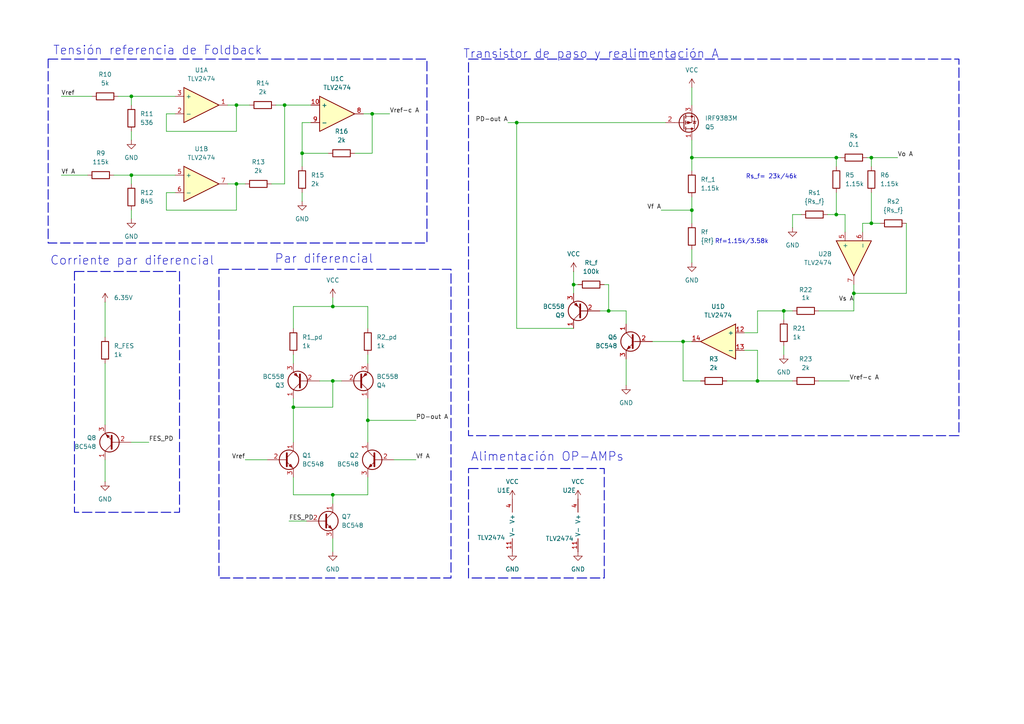
<source format=kicad_sch>
(kicad_sch (version 20231120) (generator "eeschema") (generator_version "8.0")
  (paper "A4")
  (lib_symbols
    (symbol "Device:Opamp_Quad"
      (property "Reference" "U" (at 0 5.08 0))
      (property "Value" "Opamp_Quad" (at 0 -5.08 0))
      (symbol "Opamp_Quad_1_1"
        (polyline (pts (xy -5.08 5.08) (xy 5.08 0) (xy -5.08 -5.08) (xy -5.08 5.08)) (stroke (width 0.254)) (fill (type background)))
        (pin output line (at 7.62 0 180) (length 2.54) (name "~") (number "1"))
        (pin input line (at -7.62 -2.54 0) (length 2.54) (name "-") (number "2"))
        (pin input line (at -7.62 2.54 0) (length 2.54) (name "+") (number "3"))
      )
      (symbol "Opamp_Quad_2_1"
        (polyline (pts (xy -5.08 5.08) (xy 5.08 0) (xy -5.08 -5.08) (xy -5.08 5.08)) (stroke (width 0.254)) (fill (type background)))
        (pin input line (at -7.62 2.54 0) (length 2.54) (name "+") (number "5"))
        (pin input line (at -7.62 -2.54 0) (length 2.54) (name "-") (number "6"))
        (pin output line (at 7.62 0 180) (length 2.54) (name "~") (number "7"))
      )
      (symbol "Opamp_Quad_3_1"
        (polyline (pts (xy -5.08 5.08) (xy 5.08 0) (xy -5.08 -5.08) (xy -5.08 5.08)) (stroke (width 0.254)) (fill (type background)))
        (pin input line (at -7.62 2.54 0) (length 2.54) (name "+") (number "10"))
        (pin output line (at 7.62 0 180) (length 2.54) (name "~") (number "8"))
        (pin input line (at -7.62 -2.54 0) (length 2.54) (name "-") (number "9"))
      )
      (symbol "Opamp_Quad_4_1"
        (polyline (pts (xy -5.08 5.08) (xy 5.08 0) (xy -5.08 -5.08) (xy -5.08 5.08)) (stroke (width 0.254)) (fill (type background)))
        (pin input line (at -7.62 2.54 0) (length 2.54) (name "+") (number "12"))
        (pin input line (at -7.62 -2.54 0) (length 2.54) (name "-") (number "13"))
        (pin output line (at 7.62 0 180) (length 2.54) (name "~") (number "14"))
      )
      (symbol "Opamp_Quad_5_1"
        (pin power_in line (at -2.54 -7.62 90) (length 3.81) (name "V-") (number "11"))
        (pin power_in line (at -2.54 7.62 270) (length 3.81) (name "V+") (number "4"))
      )
    )
    (symbol "Device:R" (pin_numbers hide) (pin_names (offset 0))
      (property "Reference" "R" (at 2.032 0 90))
      (property "Value" "R" (at 0 0 90))
      (symbol "R_0_1"
        (rectangle (start -1.016 -2.54) (end 1.016 2.54) (stroke (width 0.254)))
      )
      (symbol "R_1_1"
        (pin passive line (at 0 3.81 270) (length 1.27) (name "~") (number "1"))
        (pin passive line (at 0 -3.81 90) (length 1.27) (name "~") (number "2"))
      )
    )
    (symbol "Transistor_BJT:BC548" (pin_names (offset 0) hide)
      (property "Reference" "Q" (at 5.08 1.905 0))
      (property "Value" "BC548" (at 5.08 0 0))
      (symbol "BC548_0_1"
        (polyline (pts (xy 0 0) (xy 0.635 0)))
        (polyline (pts (xy 0.635 0.635) (xy 2.54 2.54)))
        (polyline (pts (xy 0.635 -0.635) (xy 2.54 -2.54) (xy 2.54 -2.54)))
        (polyline (pts (xy 0.635 1.905) (xy 0.635 -1.905) (xy 0.635 -1.905)) (stroke (width 0.508)))
        (polyline (pts (xy 1.27 -1.778) (xy 1.778 -1.27) (xy 2.286 -2.286) (xy 1.27 -1.778) (xy 1.27 -1.778)) (fill (type outline)))
        (circle (center 1.27 0) (radius 2.8194) (stroke (width 0.254)))
      )
      (symbol "BC548_1_1"
        (pin passive line (at 2.54 5.08 270) (length 2.54) (name "C") (number "1"))
        (pin input line (at -5.08 0 0) (length 5.08) (name "B") (number "2"))
        (pin passive line (at 2.54 -5.08 90) (length 2.54) (name "E") (number "3"))
      )
    )
    (symbol "Transistor_BJT:BC558" (pin_names (offset 0) hide)
      (property "Reference" "Q" (at 5.08 1.905 0))
      (property "Value" "BC558" (at 5.08 0 0))
      (symbol "BC558_0_1"
        (polyline (pts (xy 0.635 0.635) (xy 2.54 2.54)))
        (polyline (pts (xy 0.635 -0.635) (xy 2.54 -2.54) (xy 2.54 -2.54)))
        (polyline (pts (xy 0.635 1.905) (xy 0.635 -1.905) (xy 0.635 -1.905)) (stroke (width 0.508)))
        (polyline (pts (xy 2.286 -1.778) (xy 1.778 -2.286) (xy 1.27 -1.27) (xy 2.286 -1.778) (xy 2.286 -1.778)) (fill (type outline)))
        (circle (center 1.27 0) (radius 2.8194) (stroke (width 0.254)))
      )
      (symbol "BC558_1_1"
        (pin passive line (at 2.54 5.08 270) (length 2.54) (name "C") (number "1"))
        (pin input line (at -5.08 0 0) (length 5.715) (name "B") (number "2"))
        (pin passive line (at 2.54 -5.08 90) (length 2.54) (name "E") (number "3"))
      )
    )
    (symbol "Transistor_FET:IRF9383M" (pin_names hide)
      (property "Reference" "Q" (at 5.08 1.905 0))
      (property "Value" "IRF9383M" (at 5.08 0 0))
      (symbol "IRF9383M_0_1"
        (polyline (pts (xy 0.254 0) (xy -2.54 0)))
        (polyline (pts (xy 0.254 1.905) (xy 0.254 -1.905)) (stroke (width 0.254)))
        (polyline (pts (xy 0.762 -1.27) (xy 0.762 -2.286)) (stroke (width 0.254)))
        (polyline (pts (xy 0.762 0.508) (xy 0.762 -0.508)) (stroke (width 0.254)))
        (polyline (pts (xy 0.762 2.286) (xy 0.762 1.27)) (stroke (width 0.254)))
        (polyline (pts (xy 2.54 2.54) (xy 2.54 1.778)))
        (polyline (pts (xy 2.54 -2.54) (xy 2.54 0) (xy 0.762 0)))
        (polyline (pts (xy 0.762 1.778) (xy 3.302 1.778) (xy 3.302 -1.778) (xy 0.762 -1.778)))
        (polyline (pts (xy 2.286 0) (xy 1.27 0.381) (xy 1.27 -0.381) (xy 2.286 0)) (fill (type outline)))
        (polyline (pts (xy 2.794 -0.508) (xy 2.921 -0.381) (xy 3.683 -0.381) (xy 3.81 -0.254)))
        (polyline (pts (xy 3.302 -0.381) (xy 2.921 0.254) (xy 3.683 0.254) (xy 3.302 -0.381)))
        (circle (center 1.651 0) (radius 2.794) (stroke (width 0.254)))
        (circle (center 2.54 -1.778) (radius 0.254) (fill (type outline)))
        (circle (center 2.54 1.778) (radius 0.254) (fill (type outline)))
      )
      (symbol "IRF9383M_1_1"
        (pin passive line (at 2.54 5.08 270) (length 2.54) (name "D") (number "1"))
        (pin input line (at -5.08 0 0) (length 2.54) (name "G") (number "2"))
        (pin passive line (at 2.54 -5.08 90) (length 2.54) (name "S") (number "3"))
      )
    )
    (symbol "power:GND" (power) (pin_numbers hide) (pin_names (offset 0) hide)
      (property "Value" "GND" (at 0 -3.81 0))
      (symbol "GND_0_1"
        (polyline (pts (xy 0 0) (xy 0 -1.27) (xy 1.27 -1.27) (xy 0 -2.54) (xy -1.27 -1.27) (xy 0 -1.27)))
      )
      (symbol "GND_1_1"
        (pin power_in line (at 0 0 270) (length 0) (name "~") (number "1"))
      )
    )
    (symbol "power:VCC" (power) (pin_numbers hide) (pin_names (offset 0) hide)
      (property "Value" "VCC" (at 0 3.556 0))
      (symbol "VCC_0_1"
        (polyline (pts (xy -0.762 1.27) (xy 0 2.54)))
        (polyline (pts (xy 0 0) (xy 0 2.54)))
        (polyline (pts (xy 0 2.54) (xy 0.762 1.27)))
      )
      (symbol "VCC_1_1"
        (pin power_in line (at 0 0 90) (length 0) (name "~") (number "1"))
      )
    )
  )
  (junction (at 149.86 35.56))
  (junction (at 85.09 118.11))
  (junction (at 96.52 88.9))
  (junction (at 82.55 30.48))
  (junction (at 200.66 45.72))
  (junction (at 252.73 45.72))
  (junction (at 198.12 99.06))
  (junction (at 166.37 82.55))
  (junction (at 176.53 90.17))
  (junction (at 68.58 30.48))
  (junction (at 107.95 33.02))
  (junction (at 106.68 121.92))
  (junction (at 68.58 53.34))
  (junction (at 96.52 110.49))
  (junction (at 87.63 44.45))
  (junction (at 242.57 45.72))
  (junction (at 247.65 85.09))
  (junction (at 38.1 27.94))
  (junction (at 200.66 60.96))
  (junction (at 252.73 64.77))
  (junction (at 219.71 110.49))
  (junction (at 227.33 90.17))
  (junction (at 242.57 62.23))
  (junction (at 96.52 143.51))
  (junction (at 38.1 50.8))
  (wire (pts (xy 247.65 82.55) (xy 247.65 85.09)))
  (wire (pts (xy 48.26 33.02) (xy 48.26 38.1)))
  (wire (pts (xy 102.87 44.45) (xy 107.95 44.45)))
  (wire (pts (xy 227.33 90.17) (xy 229.87 90.17)))
  (wire (pts (xy 48.26 38.1) (xy 68.58 38.1)))
  (wire (pts (xy 107.95 33.02) (xy 105.41 33.02)))
  (wire (pts (xy 85.09 118.11) (xy 85.09 128.27)))
  (wire (pts (xy 149.86 35.56) (xy 149.86 95.25)))
  (wire (pts (xy 166.37 78.74) (xy 166.37 82.55)))
  (wire (pts (xy 107.95 44.45) (xy 107.95 33.02)))
  (wire (pts (xy 251.46 45.72) (xy 252.73 45.72)))
  (wire (pts (xy 200.66 60.96) (xy 200.66 64.77)))
  (wire (pts (xy 85.09 143.51) (xy 96.52 143.51)))
  (wire (pts (xy 252.73 45.72) (xy 260.35 45.72)))
  (wire (pts (xy 96.52 86.36) (xy 96.52 88.9)))
  (wire (pts (xy 38.1 38.1) (xy 38.1 40.64)))
  (wire (pts (xy 242.57 62.23) (xy 245.11 62.23)))
  (wire (pts (xy 240.03 62.23) (xy 242.57 62.23)))
  (wire (pts (xy 68.58 53.34) (xy 71.12 53.34)))
  (wire (pts (xy 71.12 133.35) (xy 77.47 133.35)))
  (wire (pts (xy 96.52 110.49) (xy 99.06 110.49)))
  (wire (pts (xy 176.53 90.17) (xy 181.61 90.17)))
  (wire (pts (xy 82.55 53.34) (xy 82.55 30.48)))
  (wire (pts (xy 181.61 93.98) (xy 181.61 90.17)))
  (wire (pts (xy 48.26 55.88) (xy 48.26 60.96)))
  (wire (pts (xy 30.48 105.41) (xy 30.48 123.19)))
  (wire (pts (xy 85.09 115.57) (xy 85.09 118.11)))
  (wire (pts (xy 219.71 110.49) (xy 219.71 101.6)))
  (wire (pts (xy 87.63 44.45) (xy 95.25 44.45)))
  (wire (pts (xy 78.74 53.34) (xy 82.55 53.34)))
  (wire (pts (xy 83.82 151.13) (xy 88.9 151.13)))
  (wire (pts (xy 85.09 88.9) (xy 85.09 95.25)))
  (wire (pts (xy 229.87 110.49) (xy 219.71 110.49)))
  (wire (pts (xy 237.49 90.17) (xy 247.65 90.17)))
  (wire (pts (xy 147.32 35.56) (xy 149.86 35.56)))
  (wire (pts (xy 17.78 50.8) (xy 25.4 50.8)))
  (wire (pts (xy 252.73 45.72) (xy 252.73 48.26)))
  (wire (pts (xy 87.63 35.56) (xy 87.63 44.45)))
  (wire (pts (xy 176.53 82.55) (xy 175.26 82.55)))
  (wire (pts (xy 189.23 99.06) (xy 198.12 99.06)))
  (wire (pts (xy 106.68 88.9) (xy 106.68 95.25)))
  (wire (pts (xy 229.87 62.23) (xy 229.87 66.04)))
  (wire (pts (xy 227.33 90.17) (xy 219.71 90.17)))
  (wire (pts (xy 149.86 35.56) (xy 193.04 35.56)))
  (wire (pts (xy 242.57 55.88) (xy 242.57 62.23)))
  (wire (pts (xy 96.52 143.51) (xy 106.68 143.51)))
  (wire (pts (xy 242.57 45.72) (xy 243.84 45.72)))
  (wire (pts (xy 38.1 53.34) (xy 38.1 50.8)))
  (wire (pts (xy 106.68 102.87) (xy 106.68 105.41)))
  (wire (pts (xy 87.63 35.56) (xy 90.17 35.56)))
  (wire (pts (xy 106.68 143.51) (xy 106.68 138.43)))
  (wire (pts (xy 229.87 62.23) (xy 232.41 62.23)))
  (wire (pts (xy 66.04 53.34) (xy 68.58 53.34)))
  (wire (pts (xy 166.37 95.25) (xy 149.86 95.25)))
  (wire (pts (xy 250.19 64.77) (xy 252.73 64.77)))
  (wire (pts (xy 219.71 90.17) (xy 219.71 96.52)))
  (wire (pts (xy 106.68 121.92) (xy 106.68 128.27)))
  (wire (pts (xy 262.89 85.09) (xy 247.65 85.09)))
  (wire (pts (xy 90.17 30.48) (xy 82.55 30.48)))
  (wire (pts (xy 245.11 67.31) (xy 245.11 62.23)))
  (wire (pts (xy 227.33 100.33) (xy 227.33 102.87)))
  (wire (pts (xy 68.58 60.96) (xy 68.58 53.34)))
  (wire (pts (xy 96.52 143.51) (xy 96.52 146.05)))
  (wire (pts (xy 203.2 110.49) (xy 198.12 110.49)))
  (wire (pts (xy 198.12 110.49) (xy 198.12 99.06)))
  (wire (pts (xy 176.53 90.17) (xy 176.53 82.55)))
  (wire (pts (xy 198.12 99.06) (xy 200.66 99.06)))
  (wire (pts (xy 96.52 118.11) (xy 85.09 118.11)))
  (wire (pts (xy 200.66 57.15) (xy 200.66 60.96)))
  (wire (pts (xy 200.66 25.4) (xy 200.66 30.48)))
  (wire (pts (xy 107.95 33.02) (xy 113.03 33.02)))
  (wire (pts (xy 166.37 82.55) (xy 167.64 82.55)))
  (wire (pts (xy 227.33 92.71) (xy 227.33 90.17)))
  (wire (pts (xy 85.09 138.43) (xy 85.09 143.51)))
  (wire (pts (xy 48.26 60.96) (xy 68.58 60.96)))
  (wire (pts (xy 87.63 55.88) (xy 87.63 58.42)))
  (wire (pts (xy 50.8 55.88) (xy 48.26 55.88)))
  (wire (pts (xy 215.9 96.52) (xy 219.71 96.52)))
  (wire (pts (xy 17.78 27.94) (xy 26.67 27.94)))
  (wire (pts (xy 219.71 101.6) (xy 215.9 101.6)))
  (wire (pts (xy 252.73 64.77) (xy 255.27 64.77)))
  (wire (pts (xy 200.66 45.72) (xy 242.57 45.72)))
  (wire (pts (xy 106.68 121.92) (xy 120.65 121.92)))
  (wire (pts (xy 96.52 88.9) (xy 85.09 88.9)))
  (wire (pts (xy 33.02 50.8) (xy 38.1 50.8)))
  (wire (pts (xy 200.66 72.39) (xy 200.66 76.2)))
  (wire (pts (xy 200.66 45.72) (xy 200.66 49.53)))
  (wire (pts (xy 87.63 44.45) (xy 87.63 48.26)))
  (wire (pts (xy 38.1 27.94) (xy 50.8 27.94)))
  (wire (pts (xy 80.01 30.48) (xy 82.55 30.48)))
  (wire (pts (xy 200.66 40.64) (xy 200.66 45.72)))
  (wire (pts (xy 166.37 82.55) (xy 166.37 85.09)))
  (wire (pts (xy 38.1 128.27) (xy 43.18 128.27)))
  (wire (pts (xy 173.99 90.17) (xy 176.53 90.17)))
  (wire (pts (xy 68.58 38.1) (xy 68.58 30.48)))
  (wire (pts (xy 34.29 27.94) (xy 38.1 27.94)))
  (wire (pts (xy 252.73 55.88) (xy 252.73 64.77)))
  (wire (pts (xy 250.19 64.77) (xy 250.19 67.31)))
  (wire (pts (xy 181.61 104.14) (xy 181.61 111.76)))
  (wire (pts (xy 85.09 102.87) (xy 85.09 105.41)))
  (wire (pts (xy 106.68 115.57) (xy 106.68 121.92)))
  (wire (pts (xy 66.04 30.48) (xy 68.58 30.48)))
  (wire (pts (xy 210.82 110.49) (xy 219.71 110.49)))
  (wire (pts (xy 262.89 64.77) (xy 262.89 85.09)))
  (wire (pts (xy 191.77 60.96) (xy 200.66 60.96)))
  (wire (pts (xy 68.58 30.48) (xy 72.39 30.48)))
  (wire (pts (xy 96.52 110.49) (xy 96.52 118.11)))
  (wire (pts (xy 30.48 87.63) (xy 30.48 97.79)))
  (wire (pts (xy 120.65 133.35) (xy 114.3 133.35)))
  (wire (pts (xy 96.52 88.9) (xy 106.68 88.9)))
  (wire (pts (xy 247.65 85.09) (xy 247.65 90.17)))
  (wire (pts (xy 96.52 156.21) (xy 96.52 160.02)))
  (wire (pts (xy 237.49 110.49) (xy 246.38 110.49)))
  (wire (pts (xy 38.1 30.48) (xy 38.1 27.94)))
  (wire (pts (xy 38.1 50.8) (xy 50.8 50.8)))
  (wire (pts (xy 92.71 110.49) (xy 96.52 110.49)))
  (wire (pts (xy 38.1 60.96) (xy 38.1 63.5)))
  (wire (pts (xy 242.57 45.72) (xy 242.57 48.26)))
  (wire (pts (xy 50.8 33.02) (xy 48.26 33.02)))
  (wire (pts (xy 30.48 133.35) (xy 30.48 139.7)))
  (rectangle (start 135.89 17.145) (end 278.13 126.365) (stroke (width 0.254) (type dash)))
  (rectangle (start 21.59 78.74) (end 52.07 148.59) (stroke (width 0.254) (type dash)))
  (rectangle (start 135.89 135.89) (end 175.26 167.64) (stroke (width 0.254) (type dash)))
  (rectangle (start 63.5 78.105) (end 130.81 167.64) (stroke (width 0.254) (type dash)))
  (rectangle (start 13.97 17.145) (end 123.825 70.485) (stroke (width 0.254) (type dash)))
  (text "Par diferencial" (at 93.98 75.184 0) (effects (font (size 2.54 2.54))))
  (text "Transistor de paso y realimentación A" (at 171.45 15.748 0) (effects (font (size 2.54 2.54))))
  (text "Corriente par diferencial" (at 38.354 75.692 0) (effects (font (size 2.54 2.54))))
  (text "Alimentación OP-AMPs" (at 158.75 132.588 0) (effects (font (size 2.54 2.54))))
  (text "Rf=1.15k/3.58k" (at 215.138 70.104 0) (effects (font (size 1.27 1.27))))
  (text "Tensión referencia de Foldback" (at 45.72 14.732 0) (effects (font (size 2.54 2.54))))
  (text "Rs_f= 23k/46k" (at 223.774 51.308 0) (effects (font (size 1.27 1.27))))
  (label "FES_PD" (at 43.18 128.27 0))
  (label "Vref" (at 71.12 133.35 180))
  (label "Vf A" (at 120.65 133.35 0))
  (label "FES_PD" (at 83.82 151.13 0))
  (label "Vref-c A" (at 113.03 33.02 0))
  (label "Vs A" (at 247.65 87.63 180))
  (label "Vo A" (at 260.35 45.72 0))
  (label "Vref" (at 17.78 27.94 0))
  (label "PD-out A" (at 120.65 121.92 0))
  (label "PD-out A" (at 147.32 35.56 180))
  (label "Vf A" (at 17.78 50.8 0))
  (label "Vf A" (at 191.77 60.96 180))
  (label "Vref-c A" (at 246.38 110.49 0))
  (symbol (lib_id "Device:Opamp_Quad") (at 208.28 99.06 0) (mirror y) (unit 4)
    (property "Reference" "U1" (at 208.28 88.9 0))
    (property "Value" "TLV2474" (at 208.28 91.44 0))
    (property "Description" "Quad operational amplifier" (effects (hide yes)))
    (property "Sim.Library" "${KICAD7_SYMBOL_DIR}/Simulation_SPICE.sp" (effects (hide yes)))
    (property "Sim.Name" "kicad_builtin_opamp_quad" (effects (hide yes)))
    (property "Sim.Device" "SUBCKT" (effects (hide yes)))
    (property "Sim.Pins" "1=out1 2=in1- 3=in1+ 4=vcc 5=in2+ 6=in2- 7=out2 8=out3 9=in3- 10=in3+ 11=vee 12=in4+ 13=in4- 14=out4" (effects (hide yes)))
  )
  (symbol (lib_id "Device:R") (at 29.21 50.8 90) (unit 1)
    (property "Reference" "R9" (at 29.21 44.45 90))
    (property "Value" "115k" (at 29.21 46.99 90))
    (property "Description" "Resistor" (effects (hide yes)))
  )
  (symbol (lib_id "Device:R") (at 242.57 52.07 0) (unit 1)
    (property "Reference" "R5" (at 245.11 50.7999 0) (effects (justify left)))
    (property "Value" "1.15k" (at 245.11 53.3399 0) (effects (justify left)))
    (property "Description" "Resistor" (effects (hide yes)))
  )
  (symbol (lib_id "power:VCC") (at 200.66 25.4 0) (unit 1)
    (property "Reference" "#PWR09" (effects (hide yes)))
    (property "Value" "VCC" (at 200.66 20.32 0))
    (property "Description" "Power symbol creates a global label with name \"VCC\"" (effects (hide yes)))
  )
  (symbol (lib_id "Transistor_BJT:BC548") (at 82.55 133.35 0) (unit 1)
    (property "Reference" "Q1" (at 87.63 132.0799 0) (effects (justify left)))
    (property "Value" "BC548" (at 87.63 134.6199 0) (effects (justify left)))
    (property "Footprint" "Package_TO_SOT_THT:TO-92_Inline" (effects (hide yes)))
    (property "Datasheet" "https://www.onsemi.com/pub/Collateral/BC550-D.pdf" (effects (hide yes)))
    (property "Description" "0.1A Ic, 30V Vce, Small Signal NPN Transistor, TO-92" (effects (hide yes)))
  )
  (symbol (lib_id "Device:Opamp_Quad") (at 58.42 53.34 0) (unit 2)
    (property "Reference" "U1" (at 58.42 43.18 0))
    (property "Value" "TLV2474" (at 58.42 45.72 0))
    (property "Description" "Quad operational amplifier" (effects (hide yes)))
    (property "Sim.Library" "${KICAD7_SYMBOL_DIR}/Simulation_SPICE.sp" (effects (hide yes)))
    (property "Sim.Name" "kicad_builtin_opamp_quad" (effects (hide yes)))
    (property "Sim.Device" "SUBCKT" (effects (hide yes)))
    (property "Sim.Pins" "1=out1 2=in1- 3=in1+ 4=vcc 5=in2+ 6=in2- 7=out2 8=out3 9=in3- 10=in3+ 11=vee 12=in4+ 13=in4- 14=out4" (effects (hide yes)))
  )
  (symbol (lib_id "Device:R") (at 76.2 30.48 90) (unit 1)
    (property "Reference" "R14" (at 76.2 24.13 90))
    (property "Value" "2k" (at 76.2 26.67 90))
    (property "Description" "Resistor" (effects (hide yes)))
  )
  (symbol (lib_id "Device:Opamp_Quad") (at 146.05 152.4 0) (mirror y) (unit 5)
    (property "Reference" "U1" (at 146.05 142.24 0))
    (property "Value" "TLV2474" (at 142.494 155.956 0))
    (property "Description" "Quad operational amplifier" (effects (hide yes)))
    (property "Sim.Library" "${KICAD7_SYMBOL_DIR}/Simulation_SPICE.sp" (effects (hide yes)))
    (property "Sim.Name" "kicad_builtin_opamp_quad" (effects (hide yes)))
    (property "Sim.Device" "SUBCKT" (effects (hide yes)))
    (property "Sim.Pins" "1=out1 2=in1- 3=in1+ 4=vcc 5=in2+ 6=in2- 7=out2 8=out3 9=in3- 10=in3+ 11=vee 12=in4+ 13=in4- 14=out4" (effects (hide yes)))
  )
  (symbol (lib_id "power:GND") (at 87.63 58.42 0) (unit 1)
    (property "Reference" "#PWR06" (effects (hide yes)))
    (property "Value" "GND" (at 87.63 63.5 0))
    (property "Description" "Power symbol creates a global label with name \"GND\" , ground" (effects (hide yes)))
  )
  (symbol (lib_id "power:GND") (at 30.48 139.7 0) (unit 1)
    (property "Reference" "#PWR02" (effects (hide yes)))
    (property "Value" "GND" (at 30.48 144.78 0))
    (property "Description" "Power symbol creates a global label with name \"GND\" , ground" (effects (hide yes)))
  )
  (symbol (lib_id "power:GND") (at 229.87 66.04 0) (unit 1)
    (property "Reference" "#PWR03" (effects (hide yes)))
    (property "Value" "GND" (at 229.87 71.12 0))
    (property "Description" "Power symbol creates a global label with name \"GND\" , ground" (effects (hide yes)))
  )
  (symbol (lib_id "power:VCC") (at 167.64 144.78 0) (unit 1)
    (property "Reference" "#PWR017" (effects (hide yes)))
    (property "Value" "VCC" (at 167.64 139.7 0))
    (property "Description" "Power symbol creates a global label with name \"VCC\"" (effects (hide yes)))
  )
  (symbol (lib_id "Transistor_BJT:BC548") (at 93.98 151.13 0) (unit 1)
    (property "Reference" "Q7" (at 99.06 149.8599 0) (effects (justify left)))
    (property "Value" "BC548" (at 99.06 152.3999 0) (effects (justify left)))
    (property "Footprint" "Package_TO_SOT_THT:TO-92_Inline" (effects (hide yes)))
    (property "Datasheet" "https://www.onsemi.com/pub/Collateral/BC550-D.pdf" (effects (hide yes)))
    (property "Description" "0.1A Ic, 30V Vce, Small Signal NPN Transistor, TO-92" (effects (hide yes)))
  )
  (symbol (lib_id "Device:R") (at 106.68 99.06 180) (unit 1)
    (property "Reference" "R2_pd" (at 109.22 97.7899 0) (effects (justify right)))
    (property "Value" "1k" (at 109.22 100.3299 0) (effects (justify right)))
    (property "Description" "Resistor" (effects (hide yes)))
  )
  (symbol (lib_id "Transistor_BJT:BC548") (at 109.22 133.35 0) (mirror y) (unit 1)
    (property "Reference" "Q2" (at 104.14 132.0799 0) (effects (justify left)))
    (property "Value" "BC548" (at 104.14 134.6199 0) (effects (justify left)))
    (property "Footprint" "Package_TO_SOT_THT:TO-92_Inline" (effects (hide yes)))
    (property "Datasheet" "https://www.onsemi.com/pub/Collateral/BC550-D.pdf" (effects (hide yes)))
    (property "Description" "0.1A Ic, 30V Vce, Small Signal NPN Transistor, TO-92" (effects (hide yes)))
  )
  (symbol (lib_id "power:GND") (at 38.1 40.64 0) (unit 1)
    (property "Reference" "#PWR04" (effects (hide yes)))
    (property "Value" "GND" (at 38.1 45.72 0))
    (property "Description" "Power symbol creates a global label with name \"GND\" , ground" (effects (hide yes)))
  )
  (symbol (lib_id "Device:R") (at 85.09 99.06 180) (unit 1)
    (property "Reference" "R1_pd" (at 87.63 97.7899 0) (effects (justify right)))
    (property "Value" "1k" (at 87.63 100.3299 0) (effects (justify right)))
    (property "Description" "Resistor" (effects (hide yes)))
  )
  (symbol (lib_id "power:GND") (at 181.61 111.76 0) (unit 1)
    (property "Reference" "#PWR012" (effects (hide yes)))
    (property "Value" "GND" (at 181.61 116.84 0))
    (property "Description" "Power symbol creates a global label with name \"GND\" , ground" (effects (hide yes)))
  )
  (symbol (lib_id "power:GND") (at 38.1 63.5 0) (unit 1)
    (property "Reference" "#PWR05" (effects (hide yes)))
    (property "Value" "GND" (at 38.1 68.58 0))
    (property "Description" "Power symbol creates a global label with name \"GND\" , ground" (effects (hide yes)))
  )
  (symbol (lib_id "Device:R") (at 247.65 45.72 270) (unit 1)
    (property "Reference" "Rs" (at 247.65 39.37 90))
    (property "Value" "0.1" (at 247.65 41.91 90))
    (property "Description" "Resistor" (effects (hide yes)))
  )
  (symbol (lib_id "power:GND") (at 148.59 160.02 0) (unit 1)
    (property "Reference" "#PWR014" (effects (hide yes)))
    (property "Value" "GND" (at 148.59 165.1 0))
    (property "Description" "Power symbol creates a global label with name \"GND\" , ground" (effects (hide yes)))
  )
  (symbol (lib_id "power:VCC") (at 30.48 87.63 0) (unit 1)
    (property "Reference" "#PWR01" (effects (hide yes)))
    (property "Value" "6.35V" (at 33.02 86.3599 0) (effects (justify left)))
    (property "Description" "Power symbol creates a global label with name \"VCC\"" (effects (hide yes)))
  )
  (symbol (lib_id "Device:R") (at 200.66 68.58 180) (unit 1)
    (property "Reference" "Rf" (at 203.2 67.3099 0) (effects (justify right)))
    (property "Value" "{Rf}" (at 203.2 69.8499 0) (effects (justify right)))
    (property "Description" "Resistor" (effects (hide yes)))
  )
  (symbol (lib_id "Transistor_FET:IRF9383M") (at 198.12 35.56 0) (mirror x) (unit 1)
    (property "Reference" "Q5" (at 204.47 36.8301 0) (effects (justify left)))
    (property "Value" "IRF9383M" (at 204.47 34.2901 0) (effects (justify left)))
    (property "Footprint" "Package_DirectFET:DirectFET_MX" (effects (hide yes)))
    (property "Datasheet" "https://www.infineon.com/dgdl/irf9383mpbf.pdf?fileId=5546d462533600a40153561169a11dab" (effects (hide yes)))
    (property "Description" "-22A Id, -30V Vds, 2.9mOhm Rds, P-Channel MOSFET, DirectFET MX" (effects (hide yes)))
  )
  (symbol (lib_id "Transistor_BJT:BC558") (at 87.63 110.49 180) (unit 1)
    (property "Reference" "Q3" (at 82.55 111.7601 0) (effects (justify left)))
    (property "Value" "BC558" (at 82.55 109.2201 0) (effects (justify left)))
    (property "Footprint" "Package_TO_SOT_THT:TO-92_Inline" (effects (hide yes)))
    (property "Datasheet" "https://www.onsemi.com/pub/Collateral/BC556BTA-D.pdf" (effects (hide yes)))
    (property "Description" "0.1A Ic, 30V Vce, PNP Small Signal Transistor, TO-92" (effects (hide yes)))
  )
  (symbol (lib_id "power:GND") (at 167.64 160.02 0) (unit 1)
    (property "Reference" "#PWR015" (effects (hide yes)))
    (property "Value" "GND" (at 167.64 165.1 0))
    (property "Description" "Power symbol creates a global label with name \"GND\" , ground" (effects (hide yes)))
  )
  (symbol (lib_id "Device:R") (at 252.73 52.07 0) (unit 1)
    (property "Reference" "R6" (at 255.27 50.7999 0) (effects (justify left)))
    (property "Value" "1.15k" (at 255.27 53.3399 0) (effects (justify left)))
    (property "Description" "Resistor" (effects (hide yes)))
  )
  (symbol (lib_id "Transistor_BJT:BC558") (at 104.14 110.49 0) (mirror x) (unit 1)
    (property "Reference" "Q4" (at 109.22 111.7601 0) (effects (justify left)))
    (property "Value" "BC558" (at 109.22 109.2201 0) (effects (justify left)))
    (property "Footprint" "Package_TO_SOT_THT:TO-92_Inline" (effects (hide yes)))
    (property "Datasheet" "https://www.onsemi.com/pub/Collateral/BC556BTA-D.pdf" (effects (hide yes)))
    (property "Description" "0.1A Ic, 30V Vce, PNP Small Signal Transistor, TO-92" (effects (hide yes)))
  )
  (symbol (lib_id "Transistor_BJT:BC548") (at 184.15 99.06 0) (mirror y) (unit 1)
    (property "Reference" "Q6" (at 179.07 97.7899 0) (effects (justify left)))
    (property "Value" "BC548" (at 179.07 100.3299 0) (effects (justify left)))
    (property "Footprint" "Package_TO_SOT_THT:TO-92_Inline" (effects (hide yes)))
    (property "Datasheet" "https://www.onsemi.com/pub/Collateral/BC550-D.pdf" (effects (hide yes)))
    (property "Description" "0.1A Ic, 30V Vce, Small Signal NPN Transistor, TO-92" (effects (hide yes)))
  )
  (symbol (lib_id "Device:R") (at 171.45 82.55 270) (unit 1)
    (property "Reference" "Rt_f" (at 171.45 76.2 90))
    (property "Value" "100k" (at 171.45 78.74 90))
    (property "Description" "Resistor" (effects (hide yes)))
  )
  (symbol (lib_id "power:VCC") (at 166.37 78.74 0) (unit 1)
    (property "Reference" "#PWR013" (effects (hide yes)))
    (property "Value" "VCC" (at 166.37 73.66 0))
    (property "Description" "Power symbol creates a global label with name \"VCC\"" (effects (hide yes)))
  )
  (symbol (lib_id "Device:Opamp_Quad") (at 58.42 30.48 0) (unit 1)
    (property "Reference" "U1" (at 58.42 20.32 0))
    (property "Value" "TLV2474" (at 58.42 22.86 0))
    (property "Description" "Quad operational amplifier" (effects (hide yes)))
    (property "Sim.Library" "${KICAD7_SYMBOL_DIR}/Simulation_SPICE.sp" (effects (hide yes)))
    (property "Sim.Name" "kicad_builtin_opamp_quad" (effects (hide yes)))
    (property "Sim.Device" "SUBCKT" (effects (hide yes)))
    (property "Sim.Pins" "1=out1 2=in1- 3=in1+ 4=vcc 5=in2+ 6=in2- 7=out2 8=out3 9=in3- 10=in3+ 11=vee 12=in4+ 13=in4- 14=out4" (effects (hide yes)))
  )
  (symbol (lib_id "Device:R") (at 30.48 101.6 180) (unit 1)
    (property "Reference" "R_FES" (at 33.02 100.3299 0) (effects (justify right)))
    (property "Value" "1k" (at 33.02 102.8699 0) (effects (justify right)))
    (property "Description" "Resistor" (effects (hide yes)))
  )
  (symbol (lib_id "Device:R") (at 87.63 52.07 180) (unit 1)
    (property "Reference" "R15" (at 90.17 50.7999 0) (effects (justify right)))
    (property "Value" "2k" (at 90.17 53.3399 0) (effects (justify right)))
    (property "Description" "Resistor" (effects (hide yes)))
  )
  (symbol (lib_id "power:GND") (at 96.52 160.02 0) (unit 1)
    (property "Reference" "#PWR08" (effects (hide yes)))
    (property "Value" "GND" (at 96.52 165.1 0))
    (property "Description" "Power symbol creates a global label with name \"GND\" , ground" (effects (hide yes)))
  )
  (symbol (lib_id "Device:R") (at 74.93 53.34 90) (unit 1)
    (property "Reference" "R13" (at 74.93 46.99 90))
    (property "Value" "2k" (at 74.93 49.53 90))
    (property "Description" "Resistor" (effects (hide yes)))
  )
  (symbol (lib_id "power:VCC") (at 96.52 86.36 0) (unit 1)
    (property "Reference" "#PWR07" (effects (hide yes)))
    (property "Value" "VCC" (at 96.52 81.28 0))
    (property "Description" "Power symbol creates a global label with name \"VCC\"" (effects (hide yes)))
  )
  (symbol (lib_id "Device:R") (at 207.01 110.49 270) (unit 1)
    (property "Reference" "R3" (at 207.01 104.14 90))
    (property "Value" "2k" (at 207.01 106.68 90))
    (property "Description" "Resistor" (effects (hide yes)))
  )
  (symbol (lib_id "Device:R") (at 99.06 44.45 90) (unit 1)
    (property "Reference" "R16" (at 99.06 38.1 90))
    (property "Value" "2k" (at 99.06 40.64 90))
    (property "Description" "Resistor" (effects (hide yes)))
  )
  (symbol (lib_id "power:GND") (at 200.66 76.2 0) (unit 1)
    (property "Reference" "#PWR010" (effects (hide yes)))
    (property "Value" "GND" (at 200.66 81.28 0))
    (property "Description" "Power symbol creates a global label with name \"GND\" , ground" (effects (hide yes)))
  )
  (symbol (lib_id "power:GND") (at 227.33 102.87 0) (unit 1)
    (property "Reference" "#PWR011" (effects (hide yes)))
    (property "Value" "GND" (at 227.33 107.95 0))
    (property "Description" "Power symbol creates a global label with name \"GND\" , ground" (effects (hide yes)))
  )
  (symbol (lib_id "Device:Opamp_Quad") (at 247.65 74.93 90) (mirror x) (unit 2)
    (property "Reference" "U2" (at 241.3 73.6599 90) (effects (justify left)))
    (property "Value" "TLV2474" (at 241.3 76.1999 90) (effects (justify left)))
    (property "Description" "Quad operational amplifier" (effects (hide yes)))
    (property "Sim.Library" "${KICAD7_SYMBOL_DIR}/Simulation_SPICE.sp" (effects (hide yes)))
    (property "Sim.Name" "kicad_builtin_opamp_quad" (effects (hide yes)))
    (property "Sim.Device" "SUBCKT" (effects (hide yes)))
    (property "Sim.Pins" "1=out1 2=in1- 3=in1+ 4=vcc 5=in2+ 6=in2- 7=out2 8=out3 9=in3- 10=in3+ 11=vee 12=in4+ 13=in4- 14=out4" (effects (hide yes)))
  )
  (symbol (lib_id "Device:R") (at 200.66 53.34 180) (unit 1)
    (property "Reference" "Rf_1" (at 203.2 52.0699 0) (effects (justify right)))
    (property "Value" "1.15k" (at 203.2 54.6099 0) (effects (justify right)))
    (property "Description" "Resistor" (effects (hide yes)))
  )
  (symbol (lib_id "Transistor_BJT:BC558") (at 168.91 90.17 180) (unit 1)
    (property "Reference" "Q9" (at 163.83 91.4401 0) (effects (justify left)))
    (property "Value" "BC558" (at 163.83 88.9001 0) (effects (justify left)))
    (property "Footprint" "Package_TO_SOT_THT:TO-92_Inline" (effects (hide yes)))
    (property "Datasheet" "https://www.onsemi.com/pub/Collateral/BC556BTA-D.pdf" (effects (hide yes)))
    (property "Description" "0.1A Ic, 30V Vce, PNP Small Signal Transistor, TO-92" (effects (hide yes)))
  )
  (symbol (lib_id "Device:Opamp_Quad") (at 165.1 152.4 0) (mirror y) (unit 5)
    (property "Reference" "U2" (at 165.1 142.24 0))
    (property "Value" "TLV2474" (at 162.306 156.21 0))
    (property "Description" "Quad operational amplifier" (effects (hide yes)))
    (property "Sim.Library" "${KICAD7_SYMBOL_DIR}/Simulation_SPICE.sp" (effects (hide yes)))
    (property "Sim.Name" "kicad_builtin_opamp_quad" (effects (hide yes)))
    (property "Sim.Device" "SUBCKT" (effects (hide yes)))
    (property "Sim.Pins" "1=out1 2=in1- 3=in1+ 4=vcc 5=in2+ 6=in2- 7=out2 8=out3 9=in3- 10=in3+ 11=vee 12=in4+ 13=in4- 14=out4" (effects (hide yes)))
  )
  (symbol (lib_id "Device:R") (at 38.1 57.15 180) (unit 1)
    (property "Reference" "R12" (at 40.64 55.8799 0) (effects (justify right)))
    (property "Value" "845" (at 40.64 58.4199 0) (effects (justify right)))
    (property "Description" "Resistor" (effects (hide yes)))
  )
  (symbol (lib_id "Device:R") (at 227.33 96.52 0) (unit 1)
    (property "Reference" "R21" (at 229.87 95.2499 0) (effects (justify left)))
    (property "Value" "1k" (at 229.87 97.7899 0) (effects (justify left)))
    (property "Description" "Resistor" (effects (hide yes)))
  )
  (symbol (lib_id "Device:R") (at 233.68 90.17 270) (unit 1)
    (property "Reference" "R22" (at 233.68 84.074 90))
    (property "Value" "1k" (at 233.68 86.36 90))
    (property "Description" "Resistor" (effects (hide yes)))
  )
  (symbol (lib_id "Device:Opamp_Quad") (at 97.79 33.02 0) (unit 3)
    (property "Reference" "U1" (at 97.79 22.86 0))
    (property "Value" "TLV2474" (at 97.79 25.4 0))
    (property "Description" "Quad operational amplifier" (effects (hide yes)))
    (property "Sim.Library" "${KICAD7_SYMBOL_DIR}/Simulation_SPICE.sp" (effects (hide yes)))
    (property "Sim.Name" "kicad_builtin_opamp_quad" (effects (hide yes)))
    (property "Sim.Device" "SUBCKT" (effects (hide yes)))
    (property "Sim.Pins" "1=out1 2=in1- 3=in1+ 4=vcc 5=in2+ 6=in2- 7=out2 8=out3 9=in3- 10=in3+ 11=vee 12=in4+ 13=in4- 14=out4" (effects (hide yes)))
  )
  (symbol (lib_id "Transistor_BJT:BC548") (at 33.02 128.27 180) (unit 1)
    (property "Reference" "Q8" (at 27.94 126.9999 0) (effects (justify left)))
    (property "Value" "BC548" (at 27.94 129.5399 0) (effects (justify left)))
    (property "Footprint" "Package_TO_SOT_THT:TO-92_Inline" (effects (hide yes)))
    (property "Datasheet" "https://www.onsemi.com/pub/Collateral/BC550-D.pdf" (effects (hide yes)))
    (property "Description" "0.1A Ic, 30V Vce, Small Signal NPN Transistor, TO-92" (effects (hide yes)))
  )
  (symbol (lib_id "Device:R") (at 259.08 64.77 270) (unit 1)
    (property "Reference" "Rs2" (at 259.08 58.42 90))
    (property "Value" "{Rs_f}" (at 259.08 60.96 90))
    (property "Description" "Resistor" (effects (hide yes)))
  )
  (symbol (lib_id "Device:R") (at 30.48 27.94 90) (unit 1)
    (property "Reference" "R10" (at 30.48 21.59 90))
    (property "Value" "5k" (at 30.48 24.13 90))
    (property "Description" "Resistor" (effects (hide yes)))
  )
  (symbol (lib_id "Device:R") (at 38.1 34.29 180) (unit 1)
    (property "Reference" "R11" (at 40.64 33.0199 0) (effects (justify right)))
    (property "Value" "536" (at 40.64 35.5599 0) (effects (justify right)))
    (property "Description" "Resistor" (effects (hide yes)))
  )
  (symbol (lib_id "Device:R") (at 236.22 62.23 270) (unit 1)
    (property "Reference" "Rs1" (at 236.22 55.88 90))
    (property "Value" "{Rs_f}" (at 236.22 58.42 90))
    (property "Description" "Resistor" (effects (hide yes)))
  )
  (symbol (lib_id "Device:R") (at 233.68 110.49 270) (unit 1)
    (property "Reference" "R23" (at 233.68 104.14 90))
    (property "Value" "2k" (at 233.68 106.68 90))
    (property "Description" "Resistor" (effects (hide yes)))
  )
  (symbol (lib_id "power:VCC") (at 148.59 144.78 0) (unit 1)
    (property "Reference" "#PWR016" (effects (hide yes)))
    (property "Value" "VCC" (at 148.59 139.7 0))
    (property "Description" "Power symbol creates a global label with name \"VCC\"" (effects (hide yes)))
  )
)
</source>
